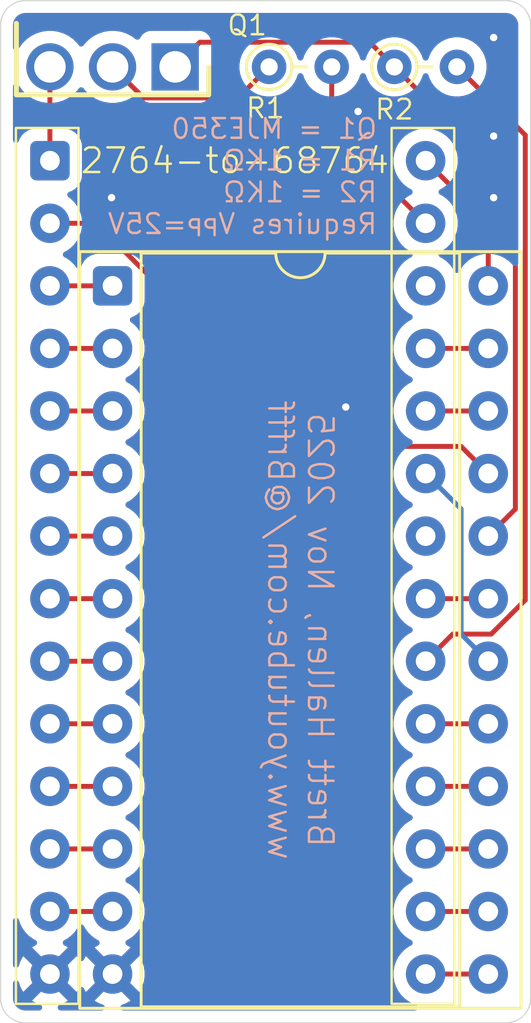
<source format=kicad_pcb>
(kicad_pcb (version 20241229) (generator "pcbnew") (generator_version "9.0")
  (title_block (title "68764-to-2764 EPROM Converter") (date "25/NOV/2025") (rev "A") (company "Brett Hallen") (comment 1 "www.youtube.com/@Brfff") (comment 4 "Requires EPROM programmer capable of V_{PP} = 25V"))
  (layers (0 "F.Cu" signal) (2 "B.Cu" signal) (13 "F.Paste" user) (15 "B.Paste" user) (5 "F.SilkS" user "F.Silkscreen") (7 "B.SilkS" user "B.Silkscreen") (1 "F.Mask" user) (3 "B.Mask" user) (25 "Edge.Cuts" user))
  (net 0 "")
  (net 1 "/A0")
  (net 2 "/~{CE}")
  (net 3 "/D0")
  (net 4 "/A12")
  (net 5 "/D4")
  (net 6 "/A9")
  (net 7 "/D1")
  (net 8 "/A10")
  (net 9 "/A3")
  (net 10 "/A6")
  (net 11 "/A8")
  (net 12 "/A4")
  (net 13 "/A1")
  (net 14 "/D3")
  (net 15 "/A2")
  (net 16 "V_{CC}")
  (net 17 "GND")
  (net 18 "/D6")
  (net 19 "/A5")
  (net 20 "/A11")
  (net 21 "/D2")
  (net 22 "/D5")
  (net 23 "/D7")
  (net 24 "/A7")
  (net 26 "Net-(Q1-B)")
  (net 27 "V_{PP}")
  (net 29 "~{PGM}")
  (net 30 "Net-(U2-~{CE})")
  (footprint "Package_DIP:DIP-24_W15.24mm_Socket" (layer "F.Cu") (at 72.951116 50.43)
    (property "Reference" "U1" (hide yes))
    (property "Value" "MCM68764_EPROM" (hide yes))
    (fp_line (start 1.16 -1.33) (end 1.16 29.27) (stroke (width 0.12)) (layer "F.SilkS"))
    (fp_line (start 1.16 29.27) (end 14.08 29.27) (stroke (width 0.12)) (layer "F.SilkS"))
    (fp_line (start 6.62 -1.33) (end 1.16 -1.33) (stroke (width 0.12)) (layer "F.SilkS"))
    (fp_line (start 14.08 -1.33) (end 8.62 -1.33) (stroke (width 0.12)) (layer "F.SilkS"))
    (fp_line (start 14.08 29.27) (end 14.08 -1.33) (stroke (width 0.12)) (layer "F.SilkS"))
    (fp_rect (start -1.33 -1.39) (end 16.57 29.33) (stroke (width 0.12)) (fill no) (layer "F.SilkS"))
    (fp_arc (start 8.62 -1.33) (mid 7.62 -0.33) (end 6.62 -1.33) (stroke (width 0.12)) (layer "F.SilkS"))
    (pad "1" thru_hole roundrect (at 0 0) (size 1.6 1.6) (drill 0.8) (layers "*.Cu" "*.Mask") (roundrect_rratio 0.15625) (net 24 "/A7"))
    (pad "2" thru_hole circle (at 0 2.54) (size 1.6 1.6) (drill 0.8) (layers "*.Cu" "*.Mask") (net 10 "/A6"))
    (pad "3" thru_hole circle (at 0 5.08) (size 1.6 1.6) (drill 0.8) (layers "*.Cu" "*.Mask") (net 19 "/A5"))
    (pad "4" thru_hole circle (at 0 7.62) (size 1.6 1.6) (drill 0.8) (layers "*.Cu" "*.Mask") (net 12 "/A4"))
    (pad "5" thru_hole circle (at 0 10.16) (size 1.6 1.6) (drill 0.8) (layers "*.Cu" "*.Mask") (net 9 "/A3"))
    (pad "6" thru_hole circle (at 0 12.7) (size 1.6 1.6) (drill 0.8) (layers "*.Cu" "*.Mask") (net 15 "/A2"))
    (pad "7" thru_hole circle (at 0 15.24) (size 1.6 1.6) (drill 0.8) (layers "*.Cu" "*.Mask") (net 13 "/A1"))
    (pad "8" thru_hole circle (at 0 17.78) (size 1.6 1.6) (drill 0.8) (layers "*.Cu" "*.Mask") (net 1 "/A0"))
    (pad "9" thru_hole circle (at 0 20.32) (size 1.6 1.6) (drill 0.8) (layers "*.Cu" "*.Mask") (net 3 "/D0"))
    (pad "10" thru_hole circle (at 0 22.86) (size 1.6 1.6) (drill 0.8) (layers "*.Cu" "*.Mask") (net 7 "/D1"))
    (pad "11" thru_hole circle (at 0 25.4) (size 1.6 1.6) (drill 0.8) (layers "*.Cu" "*.Mask") (net 21 "/D2"))
    (pad "12" thru_hole circle (at 0 27.94) (size 1.6 1.6) (drill 0.8) (layers "*.Cu" "*.Mask") (net 17 "GND"))
    (pad "13" thru_hole circle (at 15.24 27.94) (size 1.6 1.6) (drill 0.8) (layers "*.Cu" "*.Mask") (net 14 "/D3"))
    (pad "14" thru_hole circle (at 15.24 25.4) (size 1.6 1.6) (drill 0.8) (layers "*.Cu" "*.Mask") (net 5 "/D4"))
    (pad "15" thru_hole circle (at 15.24 22.86) (size 1.6 1.6) (drill 0.8) (layers "*.Cu" "*.Mask") (net 22 "/D5"))
    (pad "16" thru_hole circle (at 15.24 20.32) (size 1.6 1.6) (drill 0.8) (layers "*.Cu" "*.Mask") (net 18 "/D6"))
    (pad "17" thru_hole circle (at 15.24 17.78) (size 1.6 1.6) (drill 0.8) (layers "*.Cu" "*.Mask") (net 23 "/D7"))
    (pad "18" thru_hole circle (at 15.24 15.24) (size 1.6 1.6) (drill 0.8) (layers "*.Cu" "*.Mask") (net 20 "/A11"))
    (pad "19" thru_hole circle (at 15.24 12.7) (size 1.6 1.6) (drill 0.8) (layers "*.Cu" "*.Mask") (net 8 "/A10"))
    (pad "20" thru_hole circle (at 15.24 10.16) (size 1.6 1.6) (drill 0.8) (layers "*.Cu" "*.Mask") (net 2 "/~{CE}"))
    (pad "21" thru_hole circle (at 15.24 7.62) (size 1.6 1.6) (drill 0.8) (layers "*.Cu" "*.Mask") (net 4 "/A12"))
    (pad "22" thru_hole circle (at 15.24 5.08) (size 1.6 1.6) (drill 0.8) (layers "*.Cu" "*.Mask") (net 6 "/A9"))
    (pad "23" thru_hole circle (at 15.24 2.54) (size 1.6 1.6) (drill 0.8) (layers "*.Cu" "*.Mask") (net 11 "/A8"))
    (pad "24" thru_hole circle (at 15.24 0) (size 1.6 1.6) (drill 0.8) (layers "*.Cu" "*.Mask") (net 16 "V_{CC}"))
  )
  (footprint "Clueless_Engineer:Transistor TO-225AA" (layer "F.Cu") (at 75.491116 41.54 180)
    (property "Reference" "Q1" (hide yes))
    (property "Value" "Q1" (at -2.92 1.69 0) (layer "F.SilkS") (effects (font (size 0.8 0.8) (thickness 0.1))))
    (fp_line (start 6.44 1.765) (end 6.44 -1.135) (stroke (width 0.2)) (layer "F.SilkS"))
    (fp_line (start 6.44 -1.135) (end -1.36 -1.135) (stroke (width 0.2)) (layer "F.SilkS"))
    (fp_line (start -1.36 -1.135) (end -1.36 0) (stroke (width 0.2)) (layer "F.SilkS"))
    (pad "1" thru_hole rect (at 0 0 180) (size 1.92 1.92) (drill 1.28) (layers "*.Cu" "*.Mask") (net 2 "/~{CE}"))
    (pad "2" thru_hole circle (at 2.54 0 180) (size 1.92 1.92) (drill 1.28) (layers "*.Cu" "*.Mask") (net 26 "Net-(Q1-B)"))
    (pad "3" thru_hole circle (at 5.08 0 180) (size 1.92 1.92) (drill 1.28) (layers "*.Cu" "*.Mask") (net 27 "V_{PP}"))
  )
  (footprint "Resistor_THT:R_Axial_DIN0204_L3.6mm_D1.6mm_P2.54mm_Vertical" (layer "F.Cu") (at 79.301116 41.54)
    (property "Reference" "R1" (at -0.1524 1.6764 0) (layer "F.SilkS") (effects (font (size 0.8 0.8) (thickness 0.1))))
    (property "Value" "1KΩ" (hide yes))
    (fp_line (start 0.92 0) (end 1.54 0) (stroke (width 0.12)) (layer "F.SilkS"))
    (fp_circle (center 0 0) (end 0.92 0) (stroke (width 0.12)) (fill no) (layer "F.SilkS"))
    (pad "1" thru_hole circle (at 0 0) (size 1.4 1.4) (drill 0.7) (layers "*.Cu" "*.Mask") (net 26 "Net-(Q1-B)"))
    (pad "2" thru_hole circle (at 2.54 0) (size 1.4 1.4) (drill 0.7) (layers "*.Cu" "*.Mask") (net 29 "~{PGM}"))
  )
  (footprint "Clueless_Engineer:DIP-28_Adapter" (layer "F.Cu") (at 70.411116 45.35)
    (property "Reference" "U2" (hide yes))
    (property "Value" "2764" (hide yes))
    (fp_rect (start -1.38 -1.33) (end 1.16 34.23) (stroke (width 0.1)) (fill no) (layer "F.SilkS"))
    (fp_rect (start 13.86 -1.33) (end 16.4 34.23) (stroke (width 0.1)) (fill no) (layer "F.SilkS"))
    (pad "1" thru_hole roundrect (at 0 0) (size 1.6 1.6) (drill 0.8) (layers "*.Cu" "*.Mask") (roundrect_rratio 0.15625) (net 27 "V_{PP}"))
    (pad "2" thru_hole circle (at 0 2.54) (size 1.6 1.6) (drill 0.8) (layers "*.Cu" "*.Mask") (net 4 "/A12"))
    (pad "3" thru_hole circle (at 0 5.08) (size 1.6 1.6) (drill 0.8) (layers "*.Cu" "*.Mask") (net 24 "/A7"))
    (pad "4" thru_hole circle (at 0 7.62) (size 1.6 1.6) (drill 0.8) (layers "*.Cu" "*.Mask") (net 10 "/A6"))
    (pad "5" thru_hole circle (at 0 10.16) (size 1.6 1.6) (drill 0.8) (layers "*.Cu" "*.Mask") (net 19 "/A5"))
    (pad "6" thru_hole circle (at 0 12.7) (size 1.6 1.6) (drill 0.8) (layers "*.Cu" "*.Mask") (net 12 "/A4"))
    (pad "7" thru_hole circle (at 0 15.24) (size 1.6 1.6) (drill 0.8) (layers "*.Cu" "*.Mask") (net 9 "/A3"))
    (pad "8" thru_hole circle (at 0 17.78) (size 1.6 1.6) (drill 0.8) (layers "*.Cu" "*.Mask") (net 15 "/A2"))
    (pad "9" thru_hole circle (at 0 20.32) (size 1.6 1.6) (drill 0.8) (layers "*.Cu" "*.Mask") (net 13 "/A1"))
    (pad "10" thru_hole circle (at 0 22.86) (size 1.6 1.6) (drill 0.8) (layers "*.Cu" "*.Mask") (net 1 "/A0"))
    (pad "11" thru_hole circle (at 0 25.4) (size 1.6 1.6) (drill 0.8) (layers "*.Cu" "*.Mask") (net 3 "/D0"))
    (pad "12" thru_hole circle (at 0 27.94) (size 1.6 1.6) (drill 0.8) (layers "*.Cu" "*.Mask") (net 7 "/D1"))
    (pad "13" thru_hole circle (at 0 30.48) (size 1.6 1.6) (drill 0.8) (layers "*.Cu" "*.Mask") (net 21 "/D2"))
    (pad "14" thru_hole circle (at 0 33.02) (size 1.6 1.6) (drill 0.8) (layers "*.Cu" "*.Mask") (net 17 "GND"))
    (pad "15" thru_hole circle (at 15.24 33.02) (size 1.6 1.6) (drill 0.8) (layers "*.Cu" "*.Mask") (net 14 "/D3"))
    (pad "16" thru_hole circle (at 15.24 30.48) (size 1.6 1.6) (drill 0.8) (layers "*.Cu" "*.Mask") (net 5 "/D4"))
    (pad "17" thru_hole circle (at 15.24 27.94) (size 1.6 1.6) (drill 0.8) (layers "*.Cu" "*.Mask") (net 22 "/D5"))
    (pad "18" thru_hole circle (at 15.24 25.4) (size 1.6 1.6) (drill 0.8) (layers "*.Cu" "*.Mask") (net 18 "/D6"))
    (pad "19" thru_hole circle (at 15.24 22.86) (size 1.6 1.6) (drill 0.8) (layers "*.Cu" "*.Mask") (net 23 "/D7"))
    (pad "20" thru_hole circle (at 15.24 20.32) (size 1.6 1.6) (drill 0.8) (layers "*.Cu" "*.Mask") (net 30 "Net-(U2-~{CE})"))
    (pad "21" thru_hole circle (at 15.24 17.78) (size 1.6 1.6) (drill 0.8) (layers "*.Cu" "*.Mask") (net 8 "/A10"))
    (pad "22" thru_hole circle (at 15.24 15.24) (size 1.6 1.6) (drill 0.8) (layers "*.Cu" "*.Mask"))
    (pad "23" thru_hole circle (at 15.24 12.7) (size 1.6 1.6) (drill 0.8) (layers "*.Cu" "*.Mask") (net 20 "/A11"))
    (pad "24" thru_hole circle (at 15.24 10.16) (size 1.6 1.6) (drill 0.8) (layers "*.Cu" "*.Mask") (net 6 "/A9"))
    (pad "25" thru_hole circle (at 15.24 7.62) (size 1.6 1.6) (drill 0.8) (layers "*.Cu" "*.Mask") (net 11 "/A8"))
    (pad "26" thru_hole circle (at 15.24 5.08) (size 1.6 1.6) (drill 0.8) (layers "*.Cu" "*.Mask"))
    (pad "27" thru_hole circle (at 15.24 2.54) (size 1.6 1.6) (drill 0.8) (layers "*.Cu" "*.Mask") (net 29 "~{PGM}"))
    (pad "28" thru_hole circle (at 15.24 0) (size 1.6 1.6) (drill 0.8) (layers "*.Cu" "*.Mask") (net 16 "V_{CC}"))
  )
  (footprint "Resistor_THT:R_Axial_DIN0204_L3.6mm_D1.6mm_P2.54mm_Vertical" (layer "F.Cu") (at 84.381116 41.54)
    (property "Reference" "R2" (at 0 1.7272 0) (layer "F.SilkS") (effects (font (size 0.8 0.8) (thickness 0.1))))
    (property "Value" "1KΩ" (hide yes))
    (fp_line (start 0.92 0) (end 1.54 0) (stroke (width 0.12)) (layer "F.SilkS"))
    (fp_circle (center 0 0) (end 0.92 0) (stroke (width 0.12)) (fill no) (layer "F.SilkS"))
    (pad "1" thru_hole circle (at 0 0) (size 1.4 1.4) (drill 0.7) (layers "*.Cu" "*.Mask") (net 2 "/~{CE}"))
    (pad "2" thru_hole circle (at 2.54 0) (size 1.4 1.4) (drill 0.7) (layers "*.Cu" "*.Mask") (net 30 "Net-(U2-~{CE})"))
  )
  (gr_arc (start 68.411116 39.85) (mid 68.70401 39.142899) (end 69.411116 38.85) (stroke (width 0.05)) (layer "Edge.Cuts"))
  (gr_line (start 69.411116 38.85) (end 88.911116 38.85) (stroke (width 0.05)) (layer "Edge.Cuts"))
  (gr_line (start 68.411116 79.35) (end 68.411116 39.85) (stroke (width 0.05)) (layer "Edge.Cuts"))
  (gr_arc (start 88.911116 38.85) (mid 89.618223 39.142893) (end 89.911116 39.85) (stroke (width 0.05)) (layer "Edge.Cuts"))
  (gr_arc (start 69.411116 80.35) (mid 68.703999 80.057112) (end 68.411116 79.35) (stroke (width 0.05)) (layer "Edge.Cuts"))
  (gr_line (start 89.911116 39.85) (end 89.911116 79.35) (stroke (width 0.05)) (layer "Edge.Cuts"))
  (gr_arc (start 89.911116 79.35) (mid 89.618223 80.057107) (end 88.911116 80.35) (stroke (width 0.05)) (layer "Edge.Cuts"))
  (gr_line (start 88.911116 80.35) (end 69.411116 80.35) (stroke (width 0.05)) (layer "Edge.Cuts"))
  (gr_text "2764-to-68764" (at 77.911116 45.35 0) (layer "F.SilkS") (effects (font (size 1 1) (thickness 0.1))))
  (gr_text "Q1 = MJE350\nR1 = 1KΩ\nR2 = 1KΩ\nRequires V_{PP}=25V" (at 83.746116 45.985 0) (layer "B.SilkS") (effects (font (size 0.8 0.8) (thickness 0.1)) (justify left mirror)))
  (gr_text "Brett Hallen, Nov 2025\nwww.youtube.com/@Brfff" (at 80.571116 64.405 270) (layer "B.SilkS") (effects (font (size 1 1) (thickness 0.1)) (justify mirror)))
  (segment (start 70.411116 68.21) (end 72.951116 68.21) (width 0.2) (layer "F.Cu") (net 1))
  (segment (start 76.492116 40.539) (end 83.380116 40.539) (width 0.2) (layer "F.Cu") (net 2))
  (segment (start 83.380116 40.539) (end 84.381116 41.54) (width 0.2) (layer "F.Cu") (net 2))
  (segment (start 88.191116 60.59) (end 89.292116 59.489) (width 0.2) (layer "F.Cu") (net 2))
  (segment (start 75.491116 41.54) (end 76.492116 40.539) (width 0.2) (layer "F.Cu") (net 2))
  (segment (start 89.292116 59.489) (end 89.292116 46.451) (width 0.2) (layer "F.Cu") (net 2))
  (segment (start 89.292116 46.451) (end 84.381116 41.54) (width 0.2) (layer "F.Cu") (net 2))
  (segment (start 70.411116 70.75) (end 72.951116 70.75) (width 0.2) (layer "F.Cu") (net 3))
  (segment (start 72.297276 47.89) (end 81.356276 56.949) (width 0.2) (layer "F.Cu") (net 4))
  (segment (start 81.356276 56.949) (end 87.090116 56.949) (width 0.2) (layer "F.Cu") (net 4))
  (segment (start 70.411116 47.89) (end 72.297276 47.89) (width 0.2) (layer "F.Cu") (net 4))
  (segment (start 87.090116 56.949) (end 88.191116 58.05) (width 0.2) (layer "F.Cu") (net 4))
  (segment (start 85.651116 75.83) (end 88.191116 75.83) (width 0.2) (layer "F.Cu") (net 5))
  (segment (start 85.651116 55.51) (end 88.191116 55.51) (width 0.2) (layer "F.Cu") (net 6))
  (segment (start 70.411116 73.29) (end 72.951116 73.29) (width 0.2) (layer "F.Cu") (net 7))
  (segment (start 85.651116 63.13) (end 88.191116 63.13) (width 0.2) (layer "F.Cu") (net 8))
  (segment (start 70.411116 60.59) (end 72.951116 60.59) (width 0.2) (layer "F.Cu") (net 9))
  (segment (start 70.411116 52.97) (end 72.951116 52.97) (width 0.2) (layer "F.Cu") (net 10))
  (segment (start 85.651116 52.97) (end 88.191116 52.97) (width 0.2) (layer "F.Cu") (net 11))
  (segment (start 70.411116 58.05) (end 72.951116 58.05) (width 0.2) (layer "F.Cu") (net 12))
  (segment (start 70.411116 65.67) (end 72.951116 65.67) (width 0.2) (layer "F.Cu") (net 13))
  (segment (start 85.651116 78.37) (end 88.191116 78.37) (width 0.2) (layer "F.Cu") (net 14))
  (segment (start 70.411116 63.13) (end 72.951116 63.13) (width 0.2) (layer "F.Cu") (net 15))
  (segment (start 85.651116 45.35) (end 88.191116 47.89) (width 0.2) (layer "F.Cu") (net 16))
  (segment (start 88.191116 47.89) (end 88.191116 50.43) (width 0.2) (layer "F.Cu") (net 16))
  (via (at 88.411116 40.35) (size 0.6) (drill 0.3) (layers "F.Cu" "B.Cu") (net 17))
  (via (at 82.411116 55.35) (size 0.6) (drill 0.3) (layers "F.Cu" "B.Cu") (net 17))
  (via (at 72.911116 46.85) (size 0.6) (drill 0.3) (layers "F.Cu" "B.Cu") (net 17))
  (via (at 82.911116 43.35) (size 0.6) (drill 0.3) (layers "F.Cu" "B.Cu") (net 17))
  (via (at 88.411116 46.85) (size 0.6) (drill 0.3) (layers "F.Cu" "B.Cu") (net 17))
  (via (at 88.411116 44.35) (size 0.6) (drill 0.3) (layers "F.Cu" "B.Cu") (net 17))
  (segment (start 85.651116 70.75) (end 88.191116 70.75) (width 0.2) (layer "F.Cu") (net 18))
  (segment (start 70.411116 55.51) (end 72.951116 55.51) (width 0.2) (layer "F.Cu") (net 19))
  (segment (start 87.090116 59.489) (end 87.090116 64.569) (width 0.2) (layer "B.Cu") (net 20))
  (segment (start 85.651116 58.05) (end 87.090116 59.489) (width 0.2) (layer "B.Cu") (net 20))
  (segment (start 87.090116 64.569) (end 88.191116 65.67) (width 0.2) (layer "B.Cu") (net 20))
  (segment (start 70.411116 75.83) (end 72.951116 75.83) (width 0.2) (layer "F.Cu") (net 21))
  (segment (start 85.651116 73.29) (end 88.191116 73.29) (width 0.2) (layer "F.Cu") (net 22))
  (segment (start 85.651116 68.21) (end 88.191116 68.21) (width 0.2) (layer "F.Cu") (net 23))
  (segment (start 70.411116 50.43) (end 72.951116 50.43) (width 0.2) (layer "F.Cu") (net 24))
  (segment (start 72.951116 41.54) (end 74.212116 42.801) (width 0.2) (layer "F.Cu") (net 26))
  (segment (start 78.040116 42.801) (end 79.301116 41.54) (width 0.2) (layer "F.Cu") (net 26))
  (segment (start 74.212116 42.801) (end 78.040116 42.801) (width 0.2) (layer "F.Cu") (net 26))
  (segment (start 70.411116 41.54) (end 70.411116 45.35) (width 0.2) (layer "F.Cu") (net 27))
  (segment (start 81.841116 44.08) (end 85.651116 47.89) (width 0.2) (layer "F.Cu") (net 29))
  (segment (start 81.841116 41.54) (end 81.841116 44.08) (width 0.2) (layer "F.Cu") (net 29))
  (segment (start 88.309166 64.569) (end 86.752116 64.569) (width 0.2) (layer "F.Cu") (net 30))
  (segment (start 86.921116 41.54) (end 89.693116 44.312) (width 0.2) (layer "F.Cu") (net 30))
  (segment (start 86.752116 64.569) (end 85.651116 65.67) (width 0.2) (layer "F.Cu") (net 30))
  (segment (start 89.693116 44.312) (end 89.693116 63.18505) (width 0.2) (layer "F.Cu") (net 30))
  (segment (start 89.693116 63.18505) (end 88.309166 64.569) (width 0.2) (layer "F.Cu") (net 30))
  (zone (net 17) (net_name "GND") (layers "F.Cu" "B.Cu") (connect_pads (clearance 0.5)) (min_thickness 0.25) (fill yes (thermal_gap 0.5) (thermal_bridge_width 0.5))
    (polygon (pts (xy 68.411116 38.85) (xy 89.911116 38.85) (xy 89.911116 80.35) (xy 68.411116 80.35)))
  )
)
</source>
